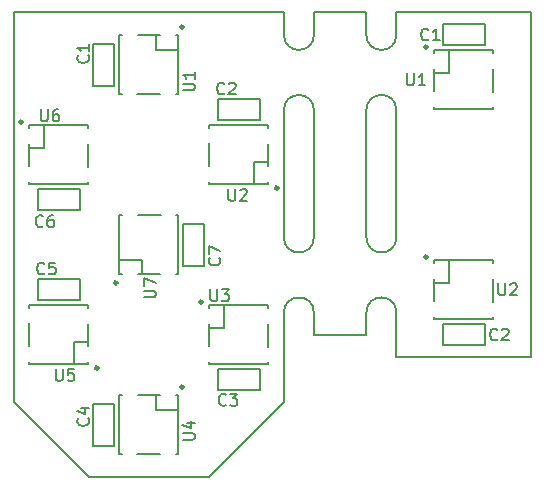
<source format=gto>
G04 #@! TF.FileFunction,Legend,Top*
%FSLAX46Y46*%
G04 Gerber Fmt 4.6, Leading zero omitted, Abs format (unit mm)*
G04 Created by KiCad (PCBNEW (2016-05-03 BZR 6266)-product) date Wed May 25 03:17:44 2016*
%MOMM*%
%LPD*%
G01*
G04 APERTURE LIST*
%ADD10C,0.350000*%
%ADD11C,0.150000*%
%ADD12C,0.180000*%
%ADD13C,0.300000*%
G04 APERTURE END LIST*
D10*
D11*
X140970000Y-83820000D02*
X140970000Y-81915000D01*
X140970000Y-100965000D02*
X140970000Y-90170000D01*
X140970000Y-107315000D02*
X140970000Y-111125000D01*
X133985000Y-109220000D02*
X138430000Y-109220000D01*
X133985000Y-81915000D02*
X138430000Y-81915000D01*
X140970000Y-90170000D02*
G75*
G03X138430000Y-90170000I-1270000J0D01*
G01*
X133985000Y-90170000D02*
G75*
G03X131445000Y-90170000I-1270000J0D01*
G01*
X140970000Y-107315000D02*
G75*
G03X138430000Y-107315000I-1270000J0D01*
G01*
X133985000Y-107315000D02*
G75*
G03X131445000Y-107315000I-1270000J0D01*
G01*
X131445000Y-100965000D02*
G75*
G03X133985000Y-100965000I1270000J0D01*
G01*
X138430000Y-100965000D02*
G75*
G03X140970000Y-100965000I1270000J0D01*
G01*
X138430000Y-83820000D02*
G75*
G03X140970000Y-83820000I1270000J0D01*
G01*
X131445000Y-83820000D02*
G75*
G03X133985000Y-83820000I1270000J0D01*
G01*
X138430000Y-109220000D02*
X138430000Y-107315000D01*
X133985000Y-107315000D02*
X133985000Y-109220000D01*
X131445000Y-107315000D02*
X131445000Y-114935000D01*
X138430000Y-90170000D02*
X138430000Y-100965000D01*
X133985000Y-100965000D02*
X133985000Y-90170000D01*
X131445000Y-90170000D02*
X131445000Y-100965000D01*
X133985000Y-81915000D02*
X133985000Y-83820000D01*
X138430000Y-83820000D02*
X138430000Y-81915000D01*
X131445000Y-81915000D02*
X131445000Y-83820000D01*
X108585000Y-81915000D02*
X131445000Y-81915000D01*
X108585000Y-114935000D02*
X108585000Y-81915000D01*
X125095000Y-121285000D02*
X114935000Y-121285000D01*
X131445000Y-114935000D02*
X125095000Y-121285000D01*
X108585000Y-114935000D02*
X114935000Y-121285000D01*
X152400000Y-81915000D02*
X140970000Y-81915000D01*
X152400000Y-111125000D02*
X152400000Y-81915000D01*
X140970000Y-111125000D02*
X152400000Y-111125000D01*
D12*
X125135000Y-108620000D02*
X126335000Y-108620000D01*
X126335000Y-108620000D02*
X126335000Y-106720000D01*
D13*
X124535000Y-106420000D02*
G75*
G03X124535000Y-106420000I-100000J0D01*
G01*
D12*
X125135000Y-111520000D02*
X125135000Y-111720000D01*
X125135000Y-111720000D02*
X130135000Y-111720000D01*
X130135000Y-111720000D02*
X130135000Y-111520000D01*
X125135000Y-108320000D02*
X125135000Y-110120000D01*
X130135000Y-106720000D02*
X125135000Y-106720000D01*
X125135000Y-106720000D02*
X125135000Y-106920000D01*
X130135000Y-106720000D02*
X130135000Y-106920000D01*
X130135000Y-110220000D02*
X130135000Y-108320000D01*
X120615000Y-114340000D02*
X120615000Y-115540000D01*
X120615000Y-115540000D02*
X122515000Y-115540000D01*
D13*
X122915000Y-113640000D02*
G75*
G03X122915000Y-113640000I-100000J0D01*
G01*
D12*
X117715000Y-114340000D02*
X117515000Y-114340000D01*
X117515000Y-114340000D02*
X117515000Y-119340000D01*
X117515000Y-119340000D02*
X117715000Y-119340000D01*
X120915000Y-114340000D02*
X119115000Y-114340000D01*
X122515000Y-119340000D02*
X122515000Y-114340000D01*
X122515000Y-114340000D02*
X122315000Y-114340000D01*
X122515000Y-119340000D02*
X122315000Y-119340000D01*
X119015000Y-119340000D02*
X120915000Y-119340000D01*
X114895000Y-109820000D02*
X113695000Y-109820000D01*
X113695000Y-109820000D02*
X113695000Y-111720000D01*
D13*
X115695000Y-112020000D02*
G75*
G03X115695000Y-112020000I-100000J0D01*
G01*
D12*
X114895000Y-106920000D02*
X114895000Y-106720000D01*
X114895000Y-106720000D02*
X109895000Y-106720000D01*
X109895000Y-106720000D02*
X109895000Y-106920000D01*
X114895000Y-110120000D02*
X114895000Y-108320000D01*
X109895000Y-111720000D02*
X114895000Y-111720000D01*
X114895000Y-111720000D02*
X114895000Y-111520000D01*
X109895000Y-111720000D02*
X109895000Y-111520000D01*
X109895000Y-108220000D02*
X109895000Y-110120000D01*
X119415000Y-104100000D02*
X119415000Y-102900000D01*
X119415000Y-102900000D02*
X117515000Y-102900000D01*
D13*
X117315000Y-104800000D02*
G75*
G03X117315000Y-104800000I-100000J0D01*
G01*
D12*
X122315000Y-104100000D02*
X122515000Y-104100000D01*
X122515000Y-104100000D02*
X122515000Y-99100000D01*
X122515000Y-99100000D02*
X122315000Y-99100000D01*
X119115000Y-104100000D02*
X120915000Y-104100000D01*
X117515000Y-99100000D02*
X117515000Y-104100000D01*
X117515000Y-104100000D02*
X117715000Y-104100000D01*
X117515000Y-99100000D02*
X117715000Y-99100000D01*
X121015000Y-99100000D02*
X119115000Y-99100000D01*
X120615000Y-83860000D02*
X120615000Y-85060000D01*
X120615000Y-85060000D02*
X122515000Y-85060000D01*
D13*
X122915000Y-83160000D02*
G75*
G03X122915000Y-83160000I-100000J0D01*
G01*
D12*
X117715000Y-83860000D02*
X117515000Y-83860000D01*
X117515000Y-83860000D02*
X117515000Y-88860000D01*
X117515000Y-88860000D02*
X117715000Y-88860000D01*
X120915000Y-83860000D02*
X119115000Y-83860000D01*
X122515000Y-88860000D02*
X122515000Y-83860000D01*
X122515000Y-83860000D02*
X122315000Y-83860000D01*
X122515000Y-88860000D02*
X122315000Y-88860000D01*
X119015000Y-88860000D02*
X120915000Y-88860000D01*
X130135000Y-94580000D02*
X128935000Y-94580000D01*
X128935000Y-94580000D02*
X128935000Y-96480000D01*
D13*
X130935000Y-96780000D02*
G75*
G03X130935000Y-96780000I-100000J0D01*
G01*
D12*
X130135000Y-91680000D02*
X130135000Y-91480000D01*
X130135000Y-91480000D02*
X125135000Y-91480000D01*
X125135000Y-91480000D02*
X125135000Y-91680000D01*
X130135000Y-94880000D02*
X130135000Y-93080000D01*
X125135000Y-96480000D02*
X130135000Y-96480000D01*
X130135000Y-96480000D02*
X130135000Y-96280000D01*
X125135000Y-96480000D02*
X125135000Y-96280000D01*
X125135000Y-92980000D02*
X125135000Y-94880000D01*
X109895000Y-93380000D02*
X111095000Y-93380000D01*
X111095000Y-93380000D02*
X111095000Y-91480000D01*
D13*
X109295000Y-91180000D02*
G75*
G03X109295000Y-91180000I-100000J0D01*
G01*
D12*
X109895000Y-96280000D02*
X109895000Y-96480000D01*
X109895000Y-96480000D02*
X114895000Y-96480000D01*
X114895000Y-96480000D02*
X114895000Y-96280000D01*
X109895000Y-93080000D02*
X109895000Y-94880000D01*
X114895000Y-91480000D02*
X109895000Y-91480000D01*
X109895000Y-91480000D02*
X109895000Y-91680000D01*
X114895000Y-91480000D02*
X114895000Y-91680000D01*
X114895000Y-94980000D02*
X114895000Y-93080000D01*
X115316000Y-88138000D02*
X115316000Y-84582000D01*
X115316000Y-84582000D02*
X117094000Y-84582000D01*
X117094000Y-84582000D02*
X117094000Y-88138000D01*
X117094000Y-88138000D02*
X115316000Y-88138000D01*
X125857000Y-89281000D02*
X129413000Y-89281000D01*
X129413000Y-89281000D02*
X129413000Y-91059000D01*
X129413000Y-91059000D02*
X125857000Y-91059000D01*
X125857000Y-91059000D02*
X125857000Y-89281000D01*
X129413000Y-113919000D02*
X125857000Y-113919000D01*
X125857000Y-113919000D02*
X125857000Y-112141000D01*
X125857000Y-112141000D02*
X129413000Y-112141000D01*
X129413000Y-112141000D02*
X129413000Y-113919000D01*
X115316000Y-118618000D02*
X115316000Y-115062000D01*
X115316000Y-115062000D02*
X117094000Y-115062000D01*
X117094000Y-115062000D02*
X117094000Y-118618000D01*
X117094000Y-118618000D02*
X115316000Y-118618000D01*
X110617000Y-104521000D02*
X114173000Y-104521000D01*
X114173000Y-104521000D02*
X114173000Y-106299000D01*
X114173000Y-106299000D02*
X110617000Y-106299000D01*
X110617000Y-106299000D02*
X110617000Y-104521000D01*
X114173000Y-98679000D02*
X110617000Y-98679000D01*
X110617000Y-98679000D02*
X110617000Y-96901000D01*
X110617000Y-96901000D02*
X114173000Y-96901000D01*
X114173000Y-96901000D02*
X114173000Y-98679000D01*
X124714000Y-99822000D02*
X124714000Y-103378000D01*
X124714000Y-103378000D02*
X122936000Y-103378000D01*
X122936000Y-103378000D02*
X122936000Y-99822000D01*
X122936000Y-99822000D02*
X124714000Y-99822000D01*
X144185000Y-87030000D02*
X145385000Y-87030000D01*
X145385000Y-87030000D02*
X145385000Y-85130000D01*
D13*
X143585000Y-84830000D02*
G75*
G03X143585000Y-84830000I-100000J0D01*
G01*
D12*
X144185000Y-89930000D02*
X144185000Y-90130000D01*
X144185000Y-90130000D02*
X149185000Y-90130000D01*
X149185000Y-90130000D02*
X149185000Y-89930000D01*
X144185000Y-86730000D02*
X144185000Y-88530000D01*
X149185000Y-85130000D02*
X144185000Y-85130000D01*
X144185000Y-85130000D02*
X144185000Y-85330000D01*
X149185000Y-85130000D02*
X149185000Y-85330000D01*
X149185000Y-88630000D02*
X149185000Y-86730000D01*
X148463000Y-84709000D02*
X144907000Y-84709000D01*
X144907000Y-84709000D02*
X144907000Y-82931000D01*
X144907000Y-82931000D02*
X148463000Y-82931000D01*
X148463000Y-82931000D02*
X148463000Y-84709000D01*
X148463000Y-110109000D02*
X144907000Y-110109000D01*
X144907000Y-110109000D02*
X144907000Y-108331000D01*
X144907000Y-108331000D02*
X148463000Y-108331000D01*
X148463000Y-108331000D02*
X148463000Y-110109000D01*
X144185000Y-104810000D02*
X145385000Y-104810000D01*
X145385000Y-104810000D02*
X145385000Y-102910000D01*
D13*
X143585000Y-102610000D02*
G75*
G03X143585000Y-102610000I-100000J0D01*
G01*
D12*
X144185000Y-107710000D02*
X144185000Y-107910000D01*
X144185000Y-107910000D02*
X149185000Y-107910000D01*
X149185000Y-107910000D02*
X149185000Y-107710000D01*
X144185000Y-104510000D02*
X144185000Y-106310000D01*
X149185000Y-102910000D02*
X144185000Y-102910000D01*
X144185000Y-102910000D02*
X144185000Y-103110000D01*
X149185000Y-102910000D02*
X149185000Y-103110000D01*
X149185000Y-106410000D02*
X149185000Y-104510000D01*
X125222095Y-105370381D02*
X125222095Y-106179905D01*
X125269714Y-106275143D01*
X125317333Y-106322762D01*
X125412571Y-106370381D01*
X125603048Y-106370381D01*
X125698286Y-106322762D01*
X125745905Y-106275143D01*
X125793524Y-106179905D01*
X125793524Y-105370381D01*
X126174476Y-105370381D02*
X126793524Y-105370381D01*
X126460190Y-105751333D01*
X126603048Y-105751333D01*
X126698286Y-105798952D01*
X126745905Y-105846571D01*
X126793524Y-105941810D01*
X126793524Y-106179905D01*
X126745905Y-106275143D01*
X126698286Y-106322762D01*
X126603048Y-106370381D01*
X126317333Y-106370381D01*
X126222095Y-106322762D01*
X126174476Y-106275143D01*
X122896381Y-118109905D02*
X123705905Y-118109905D01*
X123801143Y-118062286D01*
X123848762Y-118014667D01*
X123896381Y-117919429D01*
X123896381Y-117728952D01*
X123848762Y-117633714D01*
X123801143Y-117586095D01*
X123705905Y-117538476D01*
X122896381Y-117538476D01*
X123229714Y-116633714D02*
X123896381Y-116633714D01*
X122848762Y-116871810D02*
X123563048Y-117109905D01*
X123563048Y-116490857D01*
X112141095Y-112101381D02*
X112141095Y-112910905D01*
X112188714Y-113006143D01*
X112236333Y-113053762D01*
X112331571Y-113101381D01*
X112522048Y-113101381D01*
X112617286Y-113053762D01*
X112664905Y-113006143D01*
X112712524Y-112910905D01*
X112712524Y-112101381D01*
X113664905Y-112101381D02*
X113188714Y-112101381D01*
X113141095Y-112577571D01*
X113188714Y-112529952D01*
X113283952Y-112482333D01*
X113522048Y-112482333D01*
X113617286Y-112529952D01*
X113664905Y-112577571D01*
X113712524Y-112672810D01*
X113712524Y-112910905D01*
X113664905Y-113006143D01*
X113617286Y-113053762D01*
X113522048Y-113101381D01*
X113283952Y-113101381D01*
X113188714Y-113053762D01*
X113141095Y-113006143D01*
X119594381Y-106044905D02*
X120403905Y-106044905D01*
X120499143Y-105997286D01*
X120546762Y-105949667D01*
X120594381Y-105854429D01*
X120594381Y-105663952D01*
X120546762Y-105568714D01*
X120499143Y-105521095D01*
X120403905Y-105473476D01*
X119594381Y-105473476D01*
X119594381Y-105092524D02*
X119594381Y-104425857D01*
X120594381Y-104854429D01*
X122896381Y-88518905D02*
X123705905Y-88518905D01*
X123801143Y-88471286D01*
X123848762Y-88423667D01*
X123896381Y-88328429D01*
X123896381Y-88137952D01*
X123848762Y-88042714D01*
X123801143Y-87995095D01*
X123705905Y-87947476D01*
X122896381Y-87947476D01*
X123896381Y-86947476D02*
X123896381Y-87518905D01*
X123896381Y-87233191D02*
X122896381Y-87233191D01*
X123039238Y-87328429D01*
X123134476Y-87423667D01*
X123182095Y-87518905D01*
X126746095Y-96861381D02*
X126746095Y-97670905D01*
X126793714Y-97766143D01*
X126841333Y-97813762D01*
X126936571Y-97861381D01*
X127127048Y-97861381D01*
X127222286Y-97813762D01*
X127269905Y-97766143D01*
X127317524Y-97670905D01*
X127317524Y-96861381D01*
X127746095Y-96956619D02*
X127793714Y-96909000D01*
X127888952Y-96861381D01*
X128127048Y-96861381D01*
X128222286Y-96909000D01*
X128269905Y-96956619D01*
X128317524Y-97051857D01*
X128317524Y-97147095D01*
X128269905Y-97289952D01*
X127698476Y-97861381D01*
X128317524Y-97861381D01*
X110871095Y-90130381D02*
X110871095Y-90939905D01*
X110918714Y-91035143D01*
X110966333Y-91082762D01*
X111061571Y-91130381D01*
X111252048Y-91130381D01*
X111347286Y-91082762D01*
X111394905Y-91035143D01*
X111442524Y-90939905D01*
X111442524Y-90130381D01*
X112347286Y-90130381D02*
X112156809Y-90130381D01*
X112061571Y-90178000D01*
X112013952Y-90225619D01*
X111918714Y-90368476D01*
X111871095Y-90558952D01*
X111871095Y-90939905D01*
X111918714Y-91035143D01*
X111966333Y-91082762D01*
X112061571Y-91130381D01*
X112252048Y-91130381D01*
X112347286Y-91082762D01*
X112394905Y-91035143D01*
X112442524Y-90939905D01*
X112442524Y-90701810D01*
X112394905Y-90606571D01*
X112347286Y-90558952D01*
X112252048Y-90511333D01*
X112061571Y-90511333D01*
X111966333Y-90558952D01*
X111918714Y-90606571D01*
X111871095Y-90701810D01*
X114855643Y-85550476D02*
X114903262Y-85598095D01*
X114950881Y-85740952D01*
X114950881Y-85836190D01*
X114903262Y-85979048D01*
X114808024Y-86074286D01*
X114712786Y-86121905D01*
X114522310Y-86169524D01*
X114379452Y-86169524D01*
X114188976Y-86121905D01*
X114093738Y-86074286D01*
X113998500Y-85979048D01*
X113950881Y-85836190D01*
X113950881Y-85740952D01*
X113998500Y-85598095D01*
X114046119Y-85550476D01*
X114950881Y-84598095D02*
X114950881Y-85169524D01*
X114950881Y-84883810D02*
X113950881Y-84883810D01*
X114093738Y-84979048D01*
X114188976Y-85074286D01*
X114236595Y-85169524D01*
X126412524Y-88757143D02*
X126364905Y-88804762D01*
X126222048Y-88852381D01*
X126126810Y-88852381D01*
X125983952Y-88804762D01*
X125888714Y-88709524D01*
X125841095Y-88614286D01*
X125793476Y-88423810D01*
X125793476Y-88280952D01*
X125841095Y-88090476D01*
X125888714Y-87995238D01*
X125983952Y-87900000D01*
X126126810Y-87852381D01*
X126222048Y-87852381D01*
X126364905Y-87900000D01*
X126412524Y-87947619D01*
X126793476Y-87947619D02*
X126841095Y-87900000D01*
X126936333Y-87852381D01*
X127174429Y-87852381D01*
X127269667Y-87900000D01*
X127317286Y-87947619D01*
X127364905Y-88042857D01*
X127364905Y-88138095D01*
X127317286Y-88280952D01*
X126745857Y-88852381D01*
X127364905Y-88852381D01*
X126539524Y-115109643D02*
X126491905Y-115157262D01*
X126349048Y-115204881D01*
X126253810Y-115204881D01*
X126110952Y-115157262D01*
X126015714Y-115062024D01*
X125968095Y-114966786D01*
X125920476Y-114776310D01*
X125920476Y-114633452D01*
X125968095Y-114442976D01*
X126015714Y-114347738D01*
X126110952Y-114252500D01*
X126253810Y-114204881D01*
X126349048Y-114204881D01*
X126491905Y-114252500D01*
X126539524Y-114300119D01*
X126872857Y-114204881D02*
X127491905Y-114204881D01*
X127158571Y-114585833D01*
X127301429Y-114585833D01*
X127396667Y-114633452D01*
X127444286Y-114681071D01*
X127491905Y-114776310D01*
X127491905Y-115014405D01*
X127444286Y-115109643D01*
X127396667Y-115157262D01*
X127301429Y-115204881D01*
X127015714Y-115204881D01*
X126920476Y-115157262D01*
X126872857Y-115109643D01*
X114855643Y-116284476D02*
X114903262Y-116332095D01*
X114950881Y-116474952D01*
X114950881Y-116570190D01*
X114903262Y-116713048D01*
X114808024Y-116808286D01*
X114712786Y-116855905D01*
X114522310Y-116903524D01*
X114379452Y-116903524D01*
X114188976Y-116855905D01*
X114093738Y-116808286D01*
X113998500Y-116713048D01*
X113950881Y-116570190D01*
X113950881Y-116474952D01*
X113998500Y-116332095D01*
X114046119Y-116284476D01*
X114284214Y-115427333D02*
X114950881Y-115427333D01*
X113903262Y-115665429D02*
X114617548Y-115903524D01*
X114617548Y-115284476D01*
X111172524Y-103997143D02*
X111124905Y-104044762D01*
X110982048Y-104092381D01*
X110886810Y-104092381D01*
X110743952Y-104044762D01*
X110648714Y-103949524D01*
X110601095Y-103854286D01*
X110553476Y-103663810D01*
X110553476Y-103520952D01*
X110601095Y-103330476D01*
X110648714Y-103235238D01*
X110743952Y-103140000D01*
X110886810Y-103092381D01*
X110982048Y-103092381D01*
X111124905Y-103140000D01*
X111172524Y-103187619D01*
X112077286Y-103092381D02*
X111601095Y-103092381D01*
X111553476Y-103568571D01*
X111601095Y-103520952D01*
X111696333Y-103473333D01*
X111934429Y-103473333D01*
X112029667Y-103520952D01*
X112077286Y-103568571D01*
X112124905Y-103663810D01*
X112124905Y-103901905D01*
X112077286Y-103997143D01*
X112029667Y-104044762D01*
X111934429Y-104092381D01*
X111696333Y-104092381D01*
X111601095Y-104044762D01*
X111553476Y-103997143D01*
X111045524Y-99996643D02*
X110997905Y-100044262D01*
X110855048Y-100091881D01*
X110759810Y-100091881D01*
X110616952Y-100044262D01*
X110521714Y-99949024D01*
X110474095Y-99853786D01*
X110426476Y-99663310D01*
X110426476Y-99520452D01*
X110474095Y-99329976D01*
X110521714Y-99234738D01*
X110616952Y-99139500D01*
X110759810Y-99091881D01*
X110855048Y-99091881D01*
X110997905Y-99139500D01*
X111045524Y-99187119D01*
X111902667Y-99091881D02*
X111712190Y-99091881D01*
X111616952Y-99139500D01*
X111569333Y-99187119D01*
X111474095Y-99329976D01*
X111426476Y-99520452D01*
X111426476Y-99901405D01*
X111474095Y-99996643D01*
X111521714Y-100044262D01*
X111616952Y-100091881D01*
X111807429Y-100091881D01*
X111902667Y-100044262D01*
X111950286Y-99996643D01*
X111997905Y-99901405D01*
X111997905Y-99663310D01*
X111950286Y-99568071D01*
X111902667Y-99520452D01*
X111807429Y-99472833D01*
X111616952Y-99472833D01*
X111521714Y-99520452D01*
X111474095Y-99568071D01*
X111426476Y-99663310D01*
X125968143Y-102695476D02*
X126015762Y-102743095D01*
X126063381Y-102885952D01*
X126063381Y-102981190D01*
X126015762Y-103124048D01*
X125920524Y-103219286D01*
X125825286Y-103266905D01*
X125634810Y-103314524D01*
X125491952Y-103314524D01*
X125301476Y-103266905D01*
X125206238Y-103219286D01*
X125111000Y-103124048D01*
X125063381Y-102981190D01*
X125063381Y-102885952D01*
X125111000Y-102743095D01*
X125158619Y-102695476D01*
X125063381Y-102362143D02*
X125063381Y-101695476D01*
X126063381Y-102124048D01*
X141859095Y-87082381D02*
X141859095Y-87891905D01*
X141906714Y-87987143D01*
X141954333Y-88034762D01*
X142049571Y-88082381D01*
X142240048Y-88082381D01*
X142335286Y-88034762D01*
X142382905Y-87987143D01*
X142430524Y-87891905D01*
X142430524Y-87082381D01*
X143430524Y-88082381D02*
X142859095Y-88082381D01*
X143144809Y-88082381D02*
X143144809Y-87082381D01*
X143049571Y-87225238D01*
X142954333Y-87320476D01*
X142859095Y-87368095D01*
X143684524Y-84185143D02*
X143636905Y-84232762D01*
X143494048Y-84280381D01*
X143398810Y-84280381D01*
X143255952Y-84232762D01*
X143160714Y-84137524D01*
X143113095Y-84042286D01*
X143065476Y-83851810D01*
X143065476Y-83708952D01*
X143113095Y-83518476D01*
X143160714Y-83423238D01*
X143255952Y-83328000D01*
X143398810Y-83280381D01*
X143494048Y-83280381D01*
X143636905Y-83328000D01*
X143684524Y-83375619D01*
X144636905Y-84280381D02*
X144065476Y-84280381D01*
X144351190Y-84280381D02*
X144351190Y-83280381D01*
X144255952Y-83423238D01*
X144160714Y-83518476D01*
X144065476Y-83566095D01*
X149526524Y-109585143D02*
X149478905Y-109632762D01*
X149336048Y-109680381D01*
X149240810Y-109680381D01*
X149097952Y-109632762D01*
X149002714Y-109537524D01*
X148955095Y-109442286D01*
X148907476Y-109251810D01*
X148907476Y-109108952D01*
X148955095Y-108918476D01*
X149002714Y-108823238D01*
X149097952Y-108728000D01*
X149240810Y-108680381D01*
X149336048Y-108680381D01*
X149478905Y-108728000D01*
X149526524Y-108775619D01*
X149907476Y-108775619D02*
X149955095Y-108728000D01*
X150050333Y-108680381D01*
X150288429Y-108680381D01*
X150383667Y-108728000D01*
X150431286Y-108775619D01*
X150478905Y-108870857D01*
X150478905Y-108966095D01*
X150431286Y-109108952D01*
X149859857Y-109680381D01*
X150478905Y-109680381D01*
X149606095Y-104862381D02*
X149606095Y-105671905D01*
X149653714Y-105767143D01*
X149701333Y-105814762D01*
X149796571Y-105862381D01*
X149987048Y-105862381D01*
X150082286Y-105814762D01*
X150129905Y-105767143D01*
X150177524Y-105671905D01*
X150177524Y-104862381D01*
X150606095Y-104957619D02*
X150653714Y-104910000D01*
X150748952Y-104862381D01*
X150987048Y-104862381D01*
X151082286Y-104910000D01*
X151129905Y-104957619D01*
X151177524Y-105052857D01*
X151177524Y-105148095D01*
X151129905Y-105290952D01*
X150558476Y-105862381D01*
X151177524Y-105862381D01*
M02*

</source>
